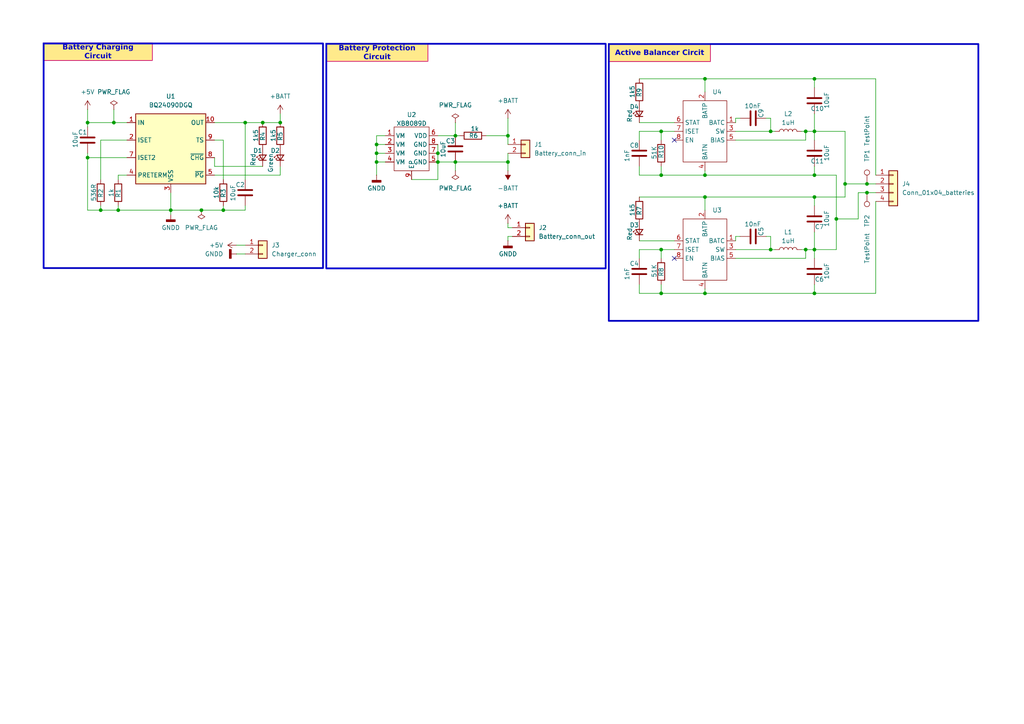
<source format=kicad_sch>
(kicad_sch (version 20250114) (generator "eeschema") (generator_version "9.0")
  (paper "A4")
  (title_block (title "U3 LiPo Charging Circuit") (date "2025-08-11") (rev "V1.0") (company "AIO") (comment 1 "This circuit is Design By Eng Mohamed Yousry"))
  (lib_symbols
    (symbol "Battery_Management:BQ24090DGQ"
      (property "Reference" "U" (at -9.398 13.462 0))
      (property "Value" "BQ24090DGQ" (at -3.81 11.43 0))
      (symbol "BQ24090DGQ_0_1"
        (rectangle (start -10.16 10.16) (end 10.16 -10.16) (stroke (width 0.254)) (fill (type background)))
      )
      (symbol "BQ24090DGQ_1_1"
        (pin power_in line (at -12.7 7.62 0) (length 2.54) (name "IN") (number "1"))
        (pin passive line (at -12.7 2.54 0) (length 2.54) (name "ISET") (number "2"))
        (pin passive line (at -12.7 -2.54 0) (length 2.54) (name "ISET2") (number "7"))
        (pin passive line (at -12.7 -7.62 0) (length 2.54) (name "PRETERM") (number "4"))
        (pin passive line (at 0 -12.7 90) (length 2.54) (hide yes) (name "VSS") (number "11"))
        (pin power_in line (at 0 -12.7 90) (length 2.54) (name "VSS") (number "3"))
        (pin no_connect line (at 5.08 -10.16 90) (length 2.54) (hide yes) (name "NC") (number "6"))
        (pin power_out line (at 12.7 7.62 180) (length 2.54) (name "OUT") (number "10"))
        (pin passive line (at 12.7 2.54 180) (length 2.54) (name "TS") (number "9"))
        (pin open_collector line (at 12.7 -2.54 180) (length 2.54) (name "~{CHG}") (number "8"))
        (pin open_collector line (at 12.7 -7.62 180) (length 2.54) (name "~{PG}") (number "5"))
      )
    )
    (symbol "Chineness:ETA3000"
      (property "Reference" "U" (at 0 0 0))
      (symbol "ETA3000_0_1"
        (rectangle (start -6.35 8.89) (end 6.35 -8.89))
      )
      (symbol "ETA3000_1_1"
        (pin passive line (at -8.89 2.54 0) (length 2.54) (name "STAT") (number "6"))
        (pin passive line (at -8.89 0 0) (length 2.54) (name "ISET") (number "7"))
        (pin passive line (at -8.89 -2.54 0) (length 2.54) (name "EN") (number "8"))
        (pin passive line (at 0 11.43 270) (length 2.54) (name "BATP") (number "2"))
        (pin passive line (at 0 -11.43 90) (length 2.54) (name "BATN") (number "4"))
        (pin passive line (at 8.89 2.54 180) (length 2.54) (name "BATC") (number "1"))
        (pin passive line (at 8.89 0 180) (length 2.54) (name "SW") (number "3"))
        (pin passive line (at 8.89 -2.54 180) (length 2.54) (name "BIAS") (number "5"))
      )
    )
    (symbol "Chineness:XB8089D"
      (property "Reference" "U" (at 0 0 0))
      (property "Value" "XB8089D" (at 0 0 0))
      (symbol "XB8089D_0_1"
        (rectangle (start -5.08 6.35) (end 5.08 -6.35))
      )
      (symbol "XB8089D_1_1"
        (pin power_in line (at -7.62 3.81 0) (length 2.54) (name "VM") (number "1"))
        (pin power_in line (at -7.62 1.27 0) (length 2.54) (name "VM") (number "2"))
        (pin power_in line (at -7.62 -1.27 0) (length 2.54) (name "VM") (number "3"))
        (pin power_in line (at -7.62 -3.81 0) (length 2.54) (name "VM") (number "4"))
        (pin power_in line (at 0 -8.89 90) (length 2.54) (name "EP") (number "9"))
        (pin power_in line (at 7.62 3.81 180) (length 2.54) (name "VDD") (number "6"))
        (pin power_in line (at 7.62 1.27 180) (length 2.54) (name "GND") (number "8"))
        (pin power_in line (at 7.62 -1.27 180) (length 2.54) (name "GND") (number "7"))
        (pin power_in line (at 7.62 -3.81 180) (length 2.54) (name "GND") (number "5"))
      )
    )
    (symbol "Connector:TestPoint" (pin_numbers (hide yes)) (pin_names (offset 0.762) (hide yes))
      (property "Reference" "TP" (at 0 6.858 0))
      (property "Value" "TestPoint" (at 0 5.08 0))
      (symbol "TestPoint_0_1"
        (circle (center 0 3.302) (radius 0.762))
      )
      (symbol "TestPoint_1_1"
        (pin passive line (at 0 0 90) (length 2.54) (name "1") (number "1"))
      )
    )
    (symbol "Connector_Generic:Conn_01x02" (pin_names (offset 1.016) (hide yes))
      (property "Reference" "J" (at 0 2.54 0))
      (property "Value" "Conn_01x02" (at 0 -5.08 0))
      (symbol "Conn_01x02_1_1"
        (rectangle (start -1.27 1.27) (end 1.27 -3.81) (stroke (width 0.254)) (fill (type background)))
        (rectangle (start -1.27 0.127) (end 0 -0.127) (stroke (width 0.1524)))
        (rectangle (start -1.27 -2.413) (end 0 -2.667) (stroke (width 0.1524)))
        (pin passive line (at -5.08 0 0) (length 3.81) (name "Pin_1") (number "1"))
        (pin passive line (at -5.08 -2.54 0) (length 3.81) (name "Pin_2") (number "2"))
      )
    )
    (symbol "Connector_Generic:Conn_01x04" (pin_names (offset 1.016) (hide yes))
      (property "Reference" "J" (at 0 5.08 0))
      (property "Value" "Conn_01x04" (at 0 -7.62 0))
      (symbol "Conn_01x04_1_1"
        (rectangle (start -1.27 3.81) (end 1.27 -6.35) (stroke (width 0.254)) (fill (type background)))
        (rectangle (start -1.27 2.667) (end 0 2.413) (stroke (width 0.1524)))
        (rectangle (start -1.27 0.127) (end 0 -0.127) (stroke (width 0.1524)))
        (rectangle (start -1.27 -2.413) (end 0 -2.667) (stroke (width 0.1524)))
        (rectangle (start -1.27 -4.953) (end 0 -5.207) (stroke (width 0.1524)))
        (pin passive line (at -5.08 2.54 0) (length 3.81) (name "Pin_1") (number "1"))
        (pin passive line (at -5.08 0 0) (length 3.81) (name "Pin_2") (number "2"))
        (pin passive line (at -5.08 -2.54 0) (length 3.81) (name "Pin_3") (number "3"))
        (pin passive line (at -5.08 -5.08 0) (length 3.81) (name "Pin_4") (number "4"))
      )
    )
    (symbol "Device:C" (pin_numbers (hide yes)) (pin_names (offset 0.254))
      (property "Reference" "C" (at 0.635 2.54 0))
      (property "Value" "C" (at 0.635 -2.54 0))
      (symbol "C_0_1"
        (polyline (pts (xy -2.032 0.762) (xy 2.032 0.762)) (stroke (width 0.508)))
        (polyline (pts (xy -2.032 -0.762) (xy 2.032 -0.762)) (stroke (width 0.508)))
      )
      (symbol "C_1_1"
        (pin passive line (at 0 3.81 270) (length 2.794) (name "~") (number "1"))
        (pin passive line (at 0 -3.81 90) (length 2.794) (name "~") (number "2"))
      )
    )
    (symbol "Device:L" (pin_numbers (hide yes)) (pin_names (offset 1.016) (hide yes))
      (property "Reference" "L" (at -1.27 0 90))
      (property "Value" "L" (at 1.905 0 90))
      (symbol "L_0_1"
        (arc (start 0 2.54) (mid 0.6323 1.905) (end 0 1.27))
        (arc (start 0 1.27) (mid 0.6323 0.635) (end 0 0))
        (arc (start 0 0) (mid 0.6323 -0.635) (end 0 -1.27))
        (arc (start 0 -1.27) (mid 0.6323 -1.905) (end 0 -2.54))
      )
      (symbol "L_1_1"
        (pin passive line (at 0 3.81 270) (length 1.27) (name "1") (number "1"))
        (pin passive line (at 0 -3.81 90) (length 1.27) (name "2") (number "2"))
      )
    )
    (symbol "Device:R" (pin_numbers (hide yes)) (pin_names (offset 0))
      (property "Reference" "R" (at 2.032 0 90))
      (property "Value" "R" (at 0 0 90))
      (symbol "R_0_1"
        (rectangle (start -1.016 -2.54) (end 1.016 2.54) (stroke (width 0.254)))
      )
      (symbol "R_1_1"
        (pin passive line (at 0 3.81 270) (length 1.27) (name "~") (number "1"))
        (pin passive line (at 0 -3.81 90) (length 1.27) (name "~") (number "2"))
      )
    )
    (symbol "SparkFun-LED:LED_Green_0603" (pin_numbers (hide yes)) (pin_names (offset 1.016) (hide yes))
      (property "Reference" "D" (at 0 2.54 0))
      (property "Value" "Green" (at 0 -2.54 0))
      (symbol "LED_Green_0603_0_1"
        (polyline (pts (xy -0.762 -1.016) (xy -0.762 1.016)) (stroke (width 0.254)))
        (polyline (pts (xy 0 0.762) (xy -0.508 1.27) (xy -0.254 1.27) (xy -0.508 1.27) (xy -0.508 1.016)))
        (polyline (pts (xy 0.508 1.27) (xy 0 1.778) (xy 0.254 1.778) (xy 0 1.778) (xy 0 1.524)))
        (polyline (pts (xy 0.762 -1.016) (xy -0.762 0) (xy 0.762 1.016) (xy 0.762 -1.016)) (stroke (width 0.254)))
        (polyline (pts (xy 1.016 0) (xy -0.762 0)))
      )
      (symbol "LED_Green_0603_1_1"
        (pin passive line (at -2.54 0 0) (length 1.778) (name "K") (number "1"))
        (pin passive line (at 2.54 0 180) (length 1.778) (name "A") (number "2"))
      )
    )
    (symbol "SparkFun-LED:LED_Red_0603" (pin_numbers (hide yes)) (pin_names (offset 1.016) (hide yes))
      (property "Reference" "D" (at 0 2.54 0))
      (property "Value" "Red" (at 0 -2.54 0))
      (symbol "LED_Red_0603_0_1"
        (polyline (pts (xy -0.762 -1.016) (xy -0.762 1.016)) (stroke (width 0.254)))
        (polyline (pts (xy 0 0.762) (xy -0.508 1.27) (xy -0.254 1.27) (xy -0.508 1.27) (xy -0.508 1.016)))
        (polyline (pts (xy 0.508 1.27) (xy 0 1.778) (xy 0.254 1.778) (xy 0 1.778) (xy 0 1.524)))
        (polyline (pts (xy 0.762 -1.016) (xy -0.762 0) (xy 0.762 1.016) (xy 0.762 -1.016)) (stroke (width 0.254)))
        (polyline (pts (xy 1.016 0) (xy -0.762 0)))
      )
      (symbol "LED_Red_0603_1_1"
        (pin passive line (at -2.54 0 0) (length 1.778) (name "K") (number "1"))
        (pin passive line (at 2.54 0 180) (length 1.778) (name "A") (number "2"))
      )
    )
    (symbol "power:+5V" (power) (pin_numbers (hide yes)) (pin_names (offset 0) (hide yes))
      (property "Value" "+5V" (at 0 3.556 0))
      (symbol "+5V_0_1"
        (polyline (pts (xy -0.762 1.27) (xy 0 2.54)))
        (polyline (pts (xy 0 2.54) (xy 0.762 1.27)))
        (polyline (pts (xy 0 0) (xy 0 2.54)))
      )
      (symbol "+5V_1_1"
        (pin power_in line (at 0 0 90) (length 0) (name "~") (number "1"))
      )
    )
    (symbol "power:+BATT" (power) (pin_numbers (hide yes)) (pin_names (offset 0) (hide yes))
      (property "Value" "+BATT" (at 0 3.556 0))
      (symbol "+BATT_0_1"
        (polyline (pts (xy -0.762 1.27) (xy 0 2.54)))
        (polyline (pts (xy 0 2.54) (xy 0.762 1.27)))
        (polyline (pts (xy 0 0) (xy 0 2.54)))
      )
      (symbol "+BATT_1_1"
        (pin power_in line (at 0 0 90) (length 0) (name "~") (number "1"))
      )
    )
    (symbol "power:-BATT" (power) (pin_numbers (hide yes)) (pin_names (offset 0) (hide yes))
      (property "Value" "-BATT" (at 0 3.556 0))
      (symbol "-BATT_0_1"
        (polyline (pts (xy 0 0) (xy 0 2.54)))
        (polyline (pts (xy 0.762 1.27) (xy -0.762 1.27) (xy 0 2.54) (xy 0.762 1.27)) (fill (type outline)))
      )
      (symbol "-BATT_1_1"
        (pin power_in line (at 0 0 90) (length 0) (name "~") (number "1"))
      )
    )
    (symbol "power:GNDD" (power) (pin_numbers (hide yes)) (pin_names (offset 0) (hide yes))
      (property "Value" "GNDD" (at 0 -3.175 0))
      (symbol "GNDD_0_1"
        (rectangle (start -1.27 -1.524) (end 1.27 -2.032) (stroke (width 0.254)) (fill (type outline)))
        (polyline (pts (xy 0 0) (xy 0 -1.524)))
      )
      (symbol "GNDD_1_1"
        (pin power_in line (at 0 0 270) (length 0) (name "~") (number "1"))
      )
    )
    (symbol "power:PWR_FLAG" (power) (pin_numbers (hide yes)) (pin_names (offset 0) (hide yes))
      (property "Value" "PWR_FLAG" (at 0 3.81 0))
      (symbol "PWR_FLAG_0_0"
        (pin power_out line (at 0 0 90) (length 0) (name "~") (number "1"))
      )
      (symbol "PWR_FLAG_0_1"
        (polyline (pts (xy 0 0) (xy 0 1.27) (xy -1.016 1.905) (xy 0 2.54) (xy 1.016 1.905) (xy 0 1.27)))
      )
    )
  )
  (rectangle (start 12.655 12.61) (end 93.685 77.75) (stroke (width 0.508)))
  (rectangle (start 176.58 12.77) (end 283.76 93.06) (stroke (width 0.508)))
  (rectangle (start 94.64 12.7) (end 175.67 77.84) (stroke (width 0.508)))
  (text_box "Battery Protection Circuit" (at 94.64 12.7 0) (size 29.46 5.08) (margins 1.27 1.27 1.27 1.27) (stroke (width 0.254) (color 211 37 112 1)) (fill (type color) (color 255 234 139 1)) (effects (font (size 1.524 1.524) (bold yes))))
  (text_box "Battery Charging Circuit" (at 12.66 12.45 0) (size 31.52 5.08) (margins 1.27 1.27 1.27 1.27) (stroke (width 0.254) (color 211 37 112 1)) (fill (type color) (color 255 234 139 1)) (effects (font (size 1.524 1.524) (bold yes))))
  (text_box "Active Balancer Circit" (at 176.58 12.77 0) (size 29.46 5.08) (margins 1.27 1.27 1.27 1.27) (stroke (width 0.254) (color 211 37 112 1)) (fill (type color) (color 255 234 139 1)) (effects (font (size 1.524 1.524) (bold yes))))
  (junction (at 242.57 63.5))
  (junction (at 236.22 50.8))
  (junction (at 236.22 38.1))
  (junction (at 204.47 85.09))
  (junction (at 29.21 60.96))
  (junction (at 233.68 38.1))
  (junction (at 34.29 60.96))
  (junction (at 132.08 46.99))
  (junction (at 64.77 60.96))
  (junction (at 251.46 55.88))
  (junction (at 33.02 35.56))
  (junction (at 191.77 38.1))
  (junction (at 204.47 50.8))
  (junction (at 236.22 72.39))
  (junction (at 204.47 57.15))
  (junction (at 245.11 53.34))
  (junction (at 109.22 44.45))
  (junction (at 109.22 46.99))
  (junction (at 81.28 35.56))
  (junction (at 204.47 22.86))
  (junction (at 191.77 50.8))
  (junction (at 236.22 85.09))
  (junction (at 223.52 72.39))
  (junction (at 147.32 46.99))
  (junction (at 49.53 60.96))
  (junction (at 191.77 85.09))
  (junction (at 147.32 39.37))
  (junction (at 236.22 57.15))
  (junction (at 251.46 53.34))
  (junction (at 236.22 22.86))
  (junction (at 127 44.45))
  (junction (at 71.12 35.56))
  (junction (at 233.68 72.39))
  (junction (at 76.2 35.56))
  (junction (at 132.08 39.37))
  (junction (at 191.77 72.39))
  (junction (at 127 46.99))
  (junction (at 25.4 45.72))
  (junction (at 58.42 60.96))
  (junction (at 109.22 41.91))
  (junction (at 25.4 35.56))
  (junction (at 223.52 38.1))
  (no_connect (at 195.58 74.93))
  (no_connect (at 195.58 40.64))
  (wire (pts (xy 245.11 53.34) (xy 251.46 53.34)))
  (wire (pts (xy 191.77 38.1) (xy 195.58 38.1)))
  (wire (pts (xy 236.22 57.15) (xy 204.47 57.15)))
  (wire (pts (xy 33.02 35.56) (xy 36.83 35.56)))
  (wire (pts (xy 254 55.88) (xy 251.46 55.88)))
  (wire (pts (xy 236.22 22.86) (xy 204.47 22.86)))
  (wire (pts (xy 25.4 44.45) (xy 25.4 45.72)))
  (wire (pts (xy 25.4 35.56) (xy 25.4 31.75)))
  (wire (pts (xy 204.47 57.15) (xy 204.47 60.96)))
  (wire (pts (xy 185.42 50.8) (xy 191.77 50.8)))
  (wire (pts (xy 34.29 52.07) (xy 34.29 50.8)))
  (wire (pts (xy 185.42 72.39) (xy 191.77 72.39)))
  (wire (pts (xy 62.23 45.72) (xy 62.23 48.26)))
  (wire (pts (xy 236.22 72.39) (xy 236.22 74.93)))
  (wire (pts (xy 109.22 44.45) (xy 109.22 46.99)))
  (wire (pts (xy 245.11 38.1) (xy 236.22 38.1)))
  (wire (pts (xy 233.68 40.64) (xy 233.68 38.1)))
  (wire (pts (xy 25.4 60.96) (xy 25.4 45.72)))
  (wire (pts (xy 254 85.09) (xy 236.22 85.09)))
  (wire (pts (xy 191.77 82.55) (xy 191.77 85.09)))
  (wire (pts (xy 251.46 55.88) (xy 248.92 55.88)))
  (wire (pts (xy 49.53 60.96) (xy 49.53 62.23)))
  (wire (pts (xy 233.68 74.93) (xy 233.68 72.39)))
  (wire (pts (xy 49.53 55.88) (xy 49.53 60.96)))
  (wire (pts (xy 109.22 46.99) (xy 111.76 46.99)))
  (wire (pts (xy 34.29 60.96) (xy 49.53 60.96)))
  (wire (pts (xy 132.08 46.99) (xy 147.32 46.99)))
  (wire (pts (xy 236.22 85.09) (xy 204.47 85.09)))
  (wire (pts (xy 236.22 50.8) (xy 204.47 50.8)))
  (wire (pts (xy 29.21 60.96) (xy 34.29 60.96)))
  (wire (pts (xy 132.08 35.56) (xy 132.08 39.37)))
  (wire (pts (xy 236.22 22.86) (xy 254 22.86)))
  (wire (pts (xy 242.57 63.5) (xy 242.57 72.39)))
  (wire (pts (xy 62.23 50.8) (xy 81.28 50.8)))
  (wire (pts (xy 81.28 48.26) (xy 81.28 50.8)))
  (wire (pts (xy 236.22 67.31) (xy 236.22 72.39)))
  (wire (pts (xy 204.47 85.09) (xy 204.47 83.82)))
  (wire (pts (xy 185.42 74.93) (xy 185.42 72.39)))
  (wire (pts (xy 213.36 40.64) (xy 233.68 40.64)))
  (wire (pts (xy 109.22 41.91) (xy 109.22 44.45)))
  (wire (pts (xy 29.21 52.07) (xy 29.21 40.64)))
  (wire (pts (xy 223.52 72.39) (xy 224.79 72.39)))
  (wire (pts (xy 147.32 64.77) (xy 147.32 66.04)))
  (wire (pts (xy 29.21 60.96) (xy 25.4 60.96)))
  (wire (pts (xy 147.32 49.53) (xy 147.32 46.99)))
  (wire (pts (xy 109.22 44.45) (xy 111.76 44.45)))
  (wire (pts (xy 245.11 57.15) (xy 245.11 53.34)))
  (wire (pts (xy 127 44.45) (xy 127 46.99)))
  (wire (pts (xy 236.22 57.15) (xy 245.11 57.15)))
  (wire (pts (xy 185.42 69.85) (xy 195.58 69.85)))
  (wire (pts (xy 62.23 48.26) (xy 76.2 48.26)))
  (wire (pts (xy 127 41.91) (xy 127 44.45)))
  (wire (pts (xy 127 46.99) (xy 127 52.07)))
  (wire (pts (xy 111.76 39.37) (xy 109.22 39.37)))
  (wire (pts (xy 132.08 39.37) (xy 133.35 39.37)))
  (wire (pts (xy 185.42 22.86) (xy 204.47 22.86)))
  (wire (pts (xy 254 22.86) (xy 254 50.8)))
  (wire (pts (xy 71.12 60.96) (xy 71.12 59.69)))
  (wire (pts (xy 242.57 63.5) (xy 248.92 63.5)))
  (wire (pts (xy 58.42 60.96) (xy 64.77 60.96)))
  (wire (pts (xy 68.58 73.66) (xy 71.12 73.66)))
  (wire (pts (xy 68.58 71.12) (xy 71.12 71.12)))
  (wire (pts (xy 62.23 40.64) (xy 64.77 40.64)))
  (wire (pts (xy 140.97 39.37) (xy 147.32 39.37)))
  (wire (pts (xy 223.52 68.58) (xy 223.52 72.39)))
  (wire (pts (xy 233.68 38.1) (xy 236.22 38.1)))
  (wire (pts (xy 25.4 35.56) (xy 33.02 35.56)))
  (wire (pts (xy 34.29 60.96) (xy 34.29 59.69)))
  (wire (pts (xy 64.77 60.96) (xy 71.12 60.96)))
  (wire (pts (xy 213.36 74.93) (xy 233.68 74.93)))
  (wire (pts (xy 191.77 50.8) (xy 204.47 50.8)))
  (wire (pts (xy 248.92 55.88) (xy 248.92 63.5)))
  (wire (pts (xy 147.32 68.58) (xy 147.32 69.85)))
  (wire (pts (xy 191.77 85.09) (xy 204.47 85.09)))
  (wire (pts (xy 185.42 48.26) (xy 185.42 50.8)))
  (wire (pts (xy 147.32 68.58) (xy 148.59 68.58)))
  (wire (pts (xy 127 46.99) (xy 132.08 46.99)))
  (wire (pts (xy 147.32 39.37) (xy 147.32 41.91)))
  (wire (pts (xy 222.25 68.58) (xy 223.52 68.58)))
  (wire (pts (xy 223.52 34.29) (xy 223.52 38.1)))
  (wire (pts (xy 233.68 38.1) (xy 232.41 38.1)))
  (wire (pts (xy 236.22 38.1) (xy 236.22 40.64)))
  (wire (pts (xy 34.29 50.8) (xy 36.83 50.8)))
  (wire (pts (xy 222.25 34.29) (xy 223.52 34.29)))
  (wire (pts (xy 242.57 72.39) (xy 236.22 72.39)))
  (wire (pts (xy 185.42 38.1) (xy 191.77 38.1)))
  (wire (pts (xy 147.32 34.29) (xy 147.32 39.37)))
  (wire (pts (xy 185.42 82.55) (xy 185.42 85.09)))
  (wire (pts (xy 185.42 35.56) (xy 195.58 35.56)))
  (wire (pts (xy 236.22 50.8) (xy 242.57 50.8)))
  (wire (pts (xy 127 39.37) (xy 132.08 39.37)))
  (wire (pts (xy 33.02 31.75) (xy 33.02 35.56)))
  (wire (pts (xy 236.22 33.02) (xy 236.22 38.1)))
  (wire (pts (xy 236.22 25.4) (xy 236.22 22.86)))
  (wire (pts (xy 109.22 39.37) (xy 109.22 41.91)))
  (wire (pts (xy 223.52 38.1) (xy 224.79 38.1)))
  (wire (pts (xy 64.77 40.64) (xy 64.77 52.07)))
  (wire (pts (xy 213.36 34.29) (xy 213.36 35.56)))
  (wire (pts (xy 25.4 45.72) (xy 36.83 45.72)))
  (wire (pts (xy 64.77 59.69) (xy 64.77 60.96)))
  (wire (pts (xy 213.36 68.58) (xy 213.36 69.85)))
  (wire (pts (xy 236.22 82.55) (xy 236.22 85.09)))
  (wire (pts (xy 25.4 35.56) (xy 25.4 36.83)))
  (wire (pts (xy 236.22 48.26) (xy 236.22 50.8)))
  (wire (pts (xy 254 58.42) (xy 254 85.09)))
  (wire (pts (xy 127 52.07) (xy 119.38 52.07)))
  (wire (pts (xy 29.21 60.96) (xy 29.21 59.69)))
  (wire (pts (xy 191.77 74.93) (xy 191.77 72.39)))
  (wire (pts (xy 245.11 53.34) (xy 245.11 38.1)))
  (wire (pts (xy 71.12 35.56) (xy 71.12 52.07)))
  (wire (pts (xy 109.22 41.91) (xy 111.76 41.91)))
  (wire (pts (xy 233.68 72.39) (xy 232.41 72.39)))
  (wire (pts (xy 29.21 40.64) (xy 36.83 40.64)))
  (wire (pts (xy 185.42 85.09) (xy 191.77 85.09)))
  (wire (pts (xy 191.77 40.64) (xy 191.77 38.1)))
  (wire (pts (xy 204.47 22.86) (xy 204.47 26.67)))
  (wire (pts (xy 191.77 72.39) (xy 195.58 72.39)))
  (wire (pts (xy 242.57 50.8) (xy 242.57 63.5)))
  (wire (pts (xy 185.42 40.64) (xy 185.42 38.1)))
  (wire (pts (xy 191.77 48.26) (xy 191.77 50.8)))
  (wire (pts (xy 81.28 33.02) (xy 81.28 35.56)))
  (wire (pts (xy 185.42 57.15) (xy 204.47 57.15)))
  (wire (pts (xy 49.53 60.96) (xy 58.42 60.96)))
  (wire (pts (xy 132.08 49.53) (xy 132.08 46.99)))
  (wire (pts (xy 213.36 38.1) (xy 223.52 38.1)))
  (wire (pts (xy 71.12 35.56) (xy 76.2 35.56)))
  (wire (pts (xy 251.46 53.34) (xy 254 53.34)))
  (wire (pts (xy 233.68 72.39) (xy 236.22 72.39)))
  (wire (pts (xy 213.36 68.58) (xy 214.63 68.58)))
  (wire (pts (xy 236.22 59.69) (xy 236.22 57.15)))
  (wire (pts (xy 213.36 72.39) (xy 223.52 72.39)))
  (wire (pts (xy 62.23 35.56) (xy 71.12 35.56)))
  (wire (pts (xy 213.36 34.29) (xy 214.63 34.29)))
  (wire (pts (xy 109.22 46.99) (xy 109.22 50.8)))
  (wire (pts (xy 147.32 46.99) (xy 147.32 44.45)))
  (wire (pts (xy 147.32 66.04) (xy 148.59 66.04)))
  (wire (pts (xy 81.28 35.56) (xy 76.2 35.56)))
  (wire (pts (xy 204.47 50.8) (xy 204.47 49.53)))
  (symbol (lib_id "Connector:TestPoint") (at 251.46 53.34 0) (unit 1)
    (property "Reference" "TP1" (at 251.46 46.99 90) (effects (justify left)))
    (property "Value" "TestPoint" (at 251.46 42.418 90) (effects (justify left)))
    (property "Footprint" "TestPoint:TestPoint_Pad_D1.5mm" (effects (hide yes)))
    (property "Description" "test point" (effects (hide yes)))
  )
  (symbol (lib_id "Device:R") (at 191.77 44.45 0) (unit 1)
    (property "Reference" "R10" (at 191.77 45.974 90) (effects (justify left)))
    (property "Value" "51K" (at 189.738 46.228 90) (effects (justify left)))
    (property "Footprint" "PCM_Resistor_SMD_AKL:R_0201_0603Metric_Pad0.64x0.40mm_HandSolder" (effects (hide yes)))
    (property "Description" "Resistor" (effects (hide yes)))
  )
  (symbol (lib_id "Device:C") (at 185.42 44.45 0) (unit 1)
    (property "Reference" "C8" (at 182.626 42.164 0) (effects (justify left)))
    (property "Value" "1nF" (at 181.864 46.99 90) (effects (justify left)))
    (property "Footprint" "Capacitor_SMD:C_0402_1005Metric_Pad0.74x0.62mm_HandSolder" (effects (hide yes)))
    (property "Description" "Unpolarized capacitor" (effects (hide yes)))
  )
  (symbol (lib_id "Device:C") (at 236.22 29.21 180) (unit 1)
    (property "Reference" "C10" (at 239.014 31.496 0) (effects (justify left)))
    (property "Value" "10uF" (at 239.776 26.67 90) (effects (justify left)))
    (property "Footprint" "Capacitor_SMD:C_0402_1005Metric_Pad0.74x0.62mm_HandSolder" (effects (hide yes)))
    (property "Description" "Unpolarized capacitor" (effects (hide yes)))
  )
  (symbol (lib_id "Device:C") (at 185.42 78.74 0) (unit 1)
    (property "Reference" "C4" (at 182.626 76.454 0) (effects (justify left)))
    (property "Value" "1nF" (at 181.864 81.28 90) (effects (justify left)))
    (property "Footprint" "Capacitor_SMD:C_0402_1005Metric_Pad0.74x0.62mm_HandSolder" (effects (hide yes)))
    (property "Description" "Unpolarized capacitor" (effects (hide yes)))
  )
  (symbol (lib_id "Device:R") (at 137.16 39.37 90) (unit 1)
    (property "Reference" "R6" (at 138.684 39.37 90) (effects (justify left)))
    (property "Value" "1k" (at 138.938 37.338 90) (effects (justify left)))
    (property "Footprint" "PCM_Resistor_SMD_AKL:R_0201_0603Metric_Pad0.64x0.40mm_HandSolder" (effects (hide yes)))
    (property "Description" "Resistor" (effects (hide yes)))
  )
  (symbol (lib_id "power:PWR_FLAG") (at 132.08 35.56 0) (unit 1)
    (property "Reference" "#FLG01" (effects (hide yes)))
    (property "Value" "PWR_FLAG" (at 132.08 30.48 0))
    (property "Description" "Special symbol for telling ERC where power comes from" (effects (hide yes)))
  )
  (symbol (lib_id "Device:R") (at 76.2 39.37 0) (unit 1)
    (property "Reference" "R4" (at 76.2 40.894 90) (effects (justify left)))
    (property "Value" "1k5" (at 74.168 41.148 90) (effects (justify left)))
    (property "Footprint" "PCM_Resistor_SMD_AKL:R_0201_0603Metric_Pad0.64x0.40mm_HandSolder" (effects (hide yes)))
    (property "Description" "Resistor" (effects (hide yes)))
  )
  (symbol (lib_id "power:+BATT") (at 147.32 34.29 0) (unit 1)
    (property "Reference" "#PWR05" (effects (hide yes)))
    (property "Value" "+BATT" (at 147.32 29.21 0))
    (property "Description" "Power symbol creates a global label with name \"+BATT\"" (effects (hide yes)))
  )
  (symbol (lib_id "Device:R") (at 185.42 60.96 0) (unit 1)
    (property "Reference" "R7" (at 185.42 62.484 90) (effects (justify left)))
    (property "Value" "1k5" (at 183.388 62.738 90) (effects (justify left)))
    (property "Footprint" "PCM_Resistor_SMD_AKL:R_0201_0603Metric_Pad0.64x0.40mm_HandSolder" (effects (hide yes)))
    (property "Description" "Resistor" (effects (hide yes)))
  )
  (symbol (lib_id "Connector_Generic:Conn_01x02") (at 152.4 41.91 0) (unit 1)
    (property "Reference" "J1" (at 154.94 41.9099 0) (effects (justify left)))
    (property "Value" "Battery_conn_in" (at 154.94 44.4499 0) (effects (justify left)))
    (property "Footprint" "Connector_JST:JST_PH_B2B-PH-K_1x02_P2.00mm_Vertical" (effects (hide yes)))
    (property "Description" "Generic connector, single row, 01x02, script generated (kicad-library-utils/schlib/autogen/connector/)" (effects (hide yes)))
  )
  (symbol (lib_id "Connector_Generic:Conn_01x04") (at 259.08 53.34 0) (unit 1)
    (property "Reference" "J4" (at 261.62 53.3399 0) (effects (justify left)))
    (property "Value" "Conn_01x04_batteries" (at 261.62 55.8799 0) (effects (justify left)))
    (property "Footprint" "Connector_JST:JST_EH_B4B-EH-A_1x04_P2.50mm_Vertical" (effects (hide yes)))
    (property "Description" "Generic connector, single row, 01x04, script generated (kicad-library-utils/schlib/autogen/connector/)" (effects (hide yes)))
  )
  (symbol (lib_id "Battery_Management:BQ24090DGQ") (at 49.53 43.18 0) (unit 1)
    (property "Reference" "U1" (at 49.53 27.94 0))
    (property "Value" "BQ24090DGQ" (at 49.53 30.48 0))
    (property "Footprint" "Package_SO:HVSSOP-10-1EP_3x3mm_P0.5mm_EP1.57x1.88mm_ThermalVias" (effects (hide yes)))
    (property "Datasheet" "http://www.ti.com/lit/ds/symlink/bq24090.pdf" (effects (hide yes)))
    (property "Description" "1A, Single-Input, SingleCell Li-Ion and Li-Pol BatteryCharger, HVSSOP-10" (effects (hide yes)))
  )
  (symbol (lib_id "Device:C") (at 236.22 44.45 180) (unit 1)
    (property "Reference" "C11" (at 239.014 46.736 0) (effects (justify left)))
    (property "Value" "10uF" (at 239.776 41.91 90) (effects (justify left)))
    (property "Footprint" "Capacitor_SMD:C_0402_1005Metric_Pad0.74x0.62mm_HandSolder" (effects (hide yes)))
    (property "Description" "Unpolarized capacitor" (effects (hide yes)))
  )
  (symbol (lib_id "Chineness:ETA3000") (at 204.47 72.39 0) (unit 1)
    (property "Reference" "U3" (at 206.6133 60.96 0) (effects (justify left)))
    (property "Value" "ETA3000" (effects (hide yes)))
    (property "Footprint" "Package_DFN_QFN:DFN-8-1EP_2x2mm_P0.5mm_EP0.6x1.2mm" (effects (hide yes)))
    (property "Description" "Inductive Cell Balancer IC with Balancing Current up to 2A" (effects (hide yes)))
  )
  (symbol (lib_id "Connector:TestPoint") (at 251.46 55.88 180) (unit 1)
    (property "Reference" "TP2" (at 251.46 62.23 90) (effects (justify left)))
    (property "Value" "TestPoint" (at 251.46 67.564 90) (effects (justify left)))
    (property "Footprint" "TestPoint:TestPoint_Pad_D1.5mm" (effects (hide yes)))
    (property "Description" "test point" (effects (hide yes)))
  )
  (symbol (lib_id "Device:R") (at 29.21 55.88 0) (unit 1)
    (property "Reference" "R2" (at 29.21 57.404 90) (effects (justify left)))
    (property "Value" "536R" (at 27.178 58.42 90) (effects (justify left)))
    (property "Footprint" "PCM_Resistor_SMD_AKL:R_0201_0603Metric_Pad0.64x0.40mm_HandSolder" (effects (hide yes)))
    (property "Description" "Resistor" (effects (hide yes)))
  )
  (symbol (lib_id "power:+BATT") (at 147.32 64.77 0) (unit 1)
    (property "Reference" "#PWR07" (effects (hide yes)))
    (property "Value" "+BATT" (at 147.32 59.69 0))
    (property "Description" "Power symbol creates a global label with name \"+BATT\"" (effects (hide yes)))
  )
  (symbol (lib_id "Device:R") (at 191.77 78.74 0) (unit 1)
    (property "Reference" "R8" (at 191.77 80.264 90) (effects (justify left)))
    (property "Value" "51K" (at 189.738 80.518 90) (effects (justify left)))
    (property "Footprint" "PCM_Resistor_SMD_AKL:R_0201_0603Metric_Pad0.64x0.40mm_HandSolder" (effects (hide yes)))
    (property "Description" "Resistor" (effects (hide yes)))
  )
  (symbol (lib_id "Device:C") (at 71.12 55.88 0) (unit 1)
    (property "Reference" "C2" (at 68.326 53.594 0) (effects (justify left)))
    (property "Value" "10uF" (at 67.564 58.42 90) (effects (justify left)))
    (property "Footprint" "Capacitor_SMD:C_0402_1005Metric_Pad0.74x0.62mm_HandSolder" (effects (hide yes)))
    (property "Description" "Unpolarized capacitor" (effects (hide yes)))
  )
  (symbol (lib_id "SparkFun-LED:LED_Red_0603") (at 76.2 45.72 90) (unit 1)
    (property "Reference" "D1" (at 73.406 43.688 90) (effects (justify right)))
    (property "Value" "Red" (at 73.406 44.45 0) (effects (justify right)))
    (property "Footprint" "SparkFun-LED:LED_0603_1608Metric_Red" (effects (hide yes)))
    (property "Datasheet" "https://docs.broadcom.com/docs/AV02-0551EN" (effects (hide yes)))
    (property "Description" "Light emitting diode" (effects (hide yes)))
    (property "PROD_ID" "DIO-17976" (effects (hide yes)))
  )
  (symbol (lib_id "SparkFun-LED:LED_Red_0603") (at 185.42 67.31 90) (unit 1)
    (property "Reference" "D3" (at 182.626 65.278 90) (effects (justify right)))
    (property "Value" "Red" (at 182.626 66.04 0) (effects (justify right)))
    (property "Footprint" "SparkFun-LED:LED_0603_1608Metric_Red" (effects (hide yes)))
    (property "Datasheet" "https://docs.broadcom.com/docs/AV02-0551EN" (effects (hide yes)))
    (property "Description" "Light emitting diode" (effects (hide yes)))
    (property "PROD_ID" "DIO-17976" (effects (hide yes)))
  )
  (symbol (lib_id "Device:R") (at 185.42 26.67 0) (unit 1)
    (property "Reference" "R9" (at 185.42 28.194 90) (effects (justify left)))
    (property "Value" "1k5" (at 183.388 28.448 90) (effects (justify left)))
    (property "Footprint" "PCM_Resistor_SMD_AKL:R_0201_0603Metric_Pad0.64x0.40mm_HandSolder" (effects (hide yes)))
    (property "Description" "Resistor" (effects (hide yes)))
  )
  (symbol (lib_id "Chineness:ETA3000") (at 204.47 38.1 0) (unit 1)
    (property "Reference" "U4" (at 206.6133 26.67 0) (effects (justify left)))
    (property "Value" "ETA3000" (effects (hide yes)))
    (property "Footprint" "Package_DFN_QFN:DFN-8-1EP_2x2mm_P0.5mm_EP0.6x1.2mm" (effects (hide yes)))
    (property "Description" "Inductive Cell Balancer IC with Balancing Current up to 2A" (effects (hide yes)))
  )
  (symbol (lib_id "power:GNDD") (at 68.58 73.66 270) (unit 1)
    (property "Reference" "#PWR010" (effects (hide yes)))
    (property "Value" "GNDD" (at 64.77 73.6599 90) (effects (justify right)))
    (property "Description" "Power symbol creates a global label with name \"GNDD\" , digital ground" (effects (hide yes)))
  )
  (symbol (lib_id "Device:R") (at 64.77 55.88 0) (unit 1)
    (property "Reference" "R3" (at 64.77 57.404 90) (effects (justify left)))
    (property "Value" "10k" (at 62.738 57.658 90) (effects (justify left)))
    (property "Footprint" "PCM_Resistor_SMD_AKL:R_0201_0603Metric_Pad0.64x0.40mm_HandSolder" (effects (hide yes)))
    (property "Description" "Resistor" (effects (hide yes)))
  )
  (symbol (lib_id "power:+5V") (at 68.58 71.12 90) (unit 1)
    (property "Reference" "#PWR09" (effects (hide yes)))
    (property "Value" "+5V" (at 64.77 71.1199 90) (effects (justify left)))
    (property "Description" "Power symbol creates a global label with name \"+5V\"" (effects (hide yes)))
  )
  (symbol (lib_id "SparkFun-LED:LED_Red_0603") (at 185.42 33.02 90) (unit 1)
    (property "Reference" "D4" (at 182.626 30.988 90) (effects (justify right)))
    (property "Value" "Red" (at 182.626 31.75 0) (effects (justify right)))
    (property "Footprint" "SparkFun-LED:LED_0603_1608Metric_Red" (effects (hide yes)))
    (property "Datasheet" "https://docs.broadcom.com/docs/AV02-0551EN" (effects (hide yes)))
    (property "Description" "Light emitting diode" (effects (hide yes)))
    (property "PROD_ID" "DIO-17976" (effects (hide yes)))
  )
  (symbol (lib_id "Device:C") (at 25.4 40.64 0) (unit 1)
    (property "Reference" "C1" (at 22.606 38.354 0) (effects (justify left)))
    (property "Value" "10uF" (at 21.844 42.926 90) (effects (justify left)))
    (property "Footprint" "Capacitor_SMD:C_0402_1005Metric_Pad0.74x0.62mm_HandSolder" (effects (hide yes)))
    (property "Description" "Unpolarized capacitor" (effects (hide yes)))
  )
  (symbol (lib_id "Connector_Generic:Conn_01x02") (at 153.67 66.04 0) (unit 1)
    (property "Reference" "J2" (at 156.21 66.0399 0) (effects (justify left)))
    (property "Value" "Battery_conn_out" (at 156.21 68.5799 0) (effects (justify left)))
    (property "Footprint" "Connector_JST:JST_PH_B2B-PH-K_1x02_P2.00mm_Vertical" (effects (hide yes)))
    (property "Description" "Generic connector, single row, 01x02, script generated (kicad-library-utils/schlib/autogen/connector/)" (effects (hide yes)))
  )
  (symbol (lib_id "Device:C") (at 236.22 63.5 180) (unit 1)
    (property "Reference" "C7" (at 239.014 65.786 0) (effects (justify left)))
    (property "Value" "10uF" (at 239.776 60.96 90) (effects (justify left)))
    (property "Footprint" "Capacitor_SMD:C_0402_1005Metric_Pad0.74x0.62mm_HandSolder" (effects (hide yes)))
    (property "Description" "Unpolarized capacitor" (effects (hide yes)))
  )
  (symbol (lib_id "power:PWR_FLAG") (at 33.02 31.75 0) (unit 1)
    (property "Reference" "#FLG03" (effects (hide yes)))
    (property "Value" "PWR_FLAG" (at 33.02 26.67 0))
    (property "Description" "Special symbol for telling ERC where power comes from" (effects (hide yes)))
  )
  (symbol (lib_id "power:+5V") (at 25.4 31.75 0) (unit 1)
    (property "Reference" "#PWR01" (effects (hide yes)))
    (property "Value" "+5V" (at 25.4 26.67 0))
    (property "Description" "Power symbol creates a global label with name \"+5V\"" (effects (hide yes)))
  )
  (symbol (lib_id "power:+BATT") (at 81.28 33.02 0) (unit 1)
    (property "Reference" "#PWR03" (effects (hide yes)))
    (property "Value" "+BATT" (at 81.28 27.94 0))
    (property "Description" "Power symbol creates a global label with name \"+BATT\"" (effects (hide yes)))
  )
  (symbol (lib_id "Device:L") (at 228.6 38.1 90) (unit 1)
    (property "Reference" "L2" (at 228.6 33.02 90))
    (property "Value" "1uH" (at 228.6 35.56 90))
    (property "Footprint" "Inductor_SMD:L_Sunlord_SWPA3010S" (effects (hide yes)))
    (property "Description" "Inductor" (effects (hide yes)))
  )
  (symbol (lib_id "Device:R") (at 34.29 55.88 0) (unit 1)
    (property "Reference" "R1" (at 34.29 57.404 90) (effects (justify left)))
    (property "Value" "1k" (at 32.258 57.15 90) (effects (justify left)))
    (property "Footprint" "PCM_Resistor_SMD_AKL:R_0201_0603Metric_Pad0.64x0.40mm_HandSolder" (effects (hide yes)))
    (property "Description" "Resistor" (effects (hide yes)))
  )
  (symbol (lib_id "power:GNDD") (at 109.22 50.8 0) (unit 1)
    (property "Reference" "#PWR04" (effects (hide yes)))
    (property "Value" "GNDD" (at 109.22 54.61 0))
    (property "Description" "Power symbol creates a global label with name \"GNDD\" , digital ground" (effects (hide yes)))
  )
  (symbol (lib_id "Device:R") (at 81.28 39.37 0) (unit 1)
    (property "Reference" "R5" (at 81.28 40.894 90) (effects (justify left)))
    (property "Value" "1k5" (at 79.248 41.148 90) (effects (justify left)))
    (property "Footprint" "PCM_Resistor_SMD_AKL:R_0201_0603Metric_Pad0.64x0.40mm_HandSolder" (effects (hide yes)))
    (property "Description" "Resistor" (effects (hide yes)))
  )
  (symbol (lib_id "Device:C") (at 236.22 78.74 180) (unit 1)
    (property "Reference" "C6" (at 239.014 81.026 0) (effects (justify left)))
    (property "Value" "10uF" (at 239.776 76.2 90) (effects (justify left)))
    (property "Footprint" "Capacitor_SMD:C_0402_1005Metric_Pad0.74x0.62mm_HandSolder" (effects (hide yes)))
    (property "Description" "Unpolarized capacitor" (effects (hide yes)))
  )
  (symbol (lib_id "power:GNDD") (at 49.53 62.23 0) (unit 1)
    (property "Reference" "#PWR02" (effects (hide yes)))
    (property "Value" "GNDD" (at 49.53 66.04 0))
    (property "Description" "Power symbol creates a global label with name \"GNDD\" , digital ground" (effects (hide yes)))
  )
  (symbol (lib_id "SparkFun-LED:LED_Green_0603") (at 81.28 45.72 90) (unit 1)
    (property "Reference" "D2" (at 78.486 43.688 90) (effects (justify right)))
    (property "Value" "Green" (at 78.486 44.45 0) (effects (justify right)))
    (property "Footprint" "SparkFun-LED:LED_0603_1608Metric_Green" (effects (hide yes)))
    (property "Datasheet" "https://docs.broadcom.com/docs/AV02-0551EN" (effects (hide yes)))
    (property "Description" "Light emitting diode" (effects (hide yes)))
    (property "PROD_ID" "DIO-00821" (effects (hide yes)))
  )
  (symbol (lib_id "Connector_Generic:Conn_01x02") (at 76.2 71.12 0) (unit 1)
    (property "Reference" "J3" (at 78.74 71.1199 0) (effects (justify left)))
    (property "Value" "Charger_conn" (at 78.74 73.6599 0) (effects (justify left)))
    (property "Footprint" "Connector_JST:JST_PH_B2B-PH-K_1x02_P2.00mm_Vertical" (effects (hide yes)))
    (property "Description" "Generic connector, single row, 01x02, script generated (kicad-library-utils/schlib/autogen/connector/)" (effects (hide yes)))
  )
  (symbol (lib_id "power:PWR_FLAG") (at 132.08 49.53 180) (unit 1)
    (property "Reference" "#FLG02" (effects (hide yes)))
    (property "Value" "PWR_FLAG" (at 132.08 54.61 0))
    (property "Description" "Special symbol for telling ERC where power comes from" (effects (hide yes)))
  )
  (symbol (lib_id "Chineness:XB8089D") (at 119.38 43.18 0) (unit 1)
    (property "Reference" "U2" (at 119.38 33.274 0))
    (property "Value" "XB8089D" (at 119.38 35.814 0))
    (property "Footprint" "Package_SO:HTSOP-8-1EP_3.9x4.9mm_P1.27mm_EP2.4x3.2mm_ThermalVias" (effects (hide yes)))
  )
  (symbol (lib_id "Device:C") (at 218.44 68.58 270) (unit 1)
    (property "Reference" "C5" (at 220.726 65.786 0) (effects (justify left)))
    (property "Value" "10nF" (at 215.9 65.024 90) (effects (justify left)))
    (property "Footprint" "Capacitor_SMD:C_0402_1005Metric_Pad0.74x0.62mm_HandSolder" (effects (hide yes)))
    (property "Description" "Unpolarized capacitor" (effects (hide yes)))
  )
  (symbol (lib_id "Device:C") (at 218.44 34.29 270) (unit 1)
    (property "Reference" "C9" (at 220.726 31.496 0) (effects (justify left)))
    (property "Value" "10nF" (at 215.9 30.734 90) (effects (justify left)))
    (property "Footprint" "Capacitor_SMD:C_0402_1005Metric_Pad0.74x0.62mm_HandSolder" (effects (hide yes)))
    (property "Description" "Unpolarized capacitor" (effects (hide yes)))
  )
  (symbol (lib_id "power:PWR_FLAG") (at 58.42 60.96 180) (unit 1)
    (property "Reference" "#FLG04" (effects (hide yes)))
    (property "Value" "PWR_FLAG" (at 58.42 66.04 0))
    (property "Description" "Special symbol for telling ERC where power comes from" (effects (hide yes)))
  )
  (symbol (lib_id "Device:L") (at 228.6 72.39 90) (unit 1)
    (property "Reference" "L1" (at 228.6 67.31 90))
    (property "Value" "1uH" (at 228.6 69.85 90))
    (property "Footprint" "Inductor_SMD:L_Sunlord_SWPA3010S" (effects (hide yes)))
    (property "Description" "Inductor" (effects (hide yes)))
  )
  (symbol (lib_id "power:-BATT") (at 147.32 49.53 180) (unit 1)
    (property "Reference" "#PWR06" (effects (hide yes)))
    (property "Value" "-BATT" (at 147.32 54.61 0))
    (property "Description" "Power symbol creates a global label with name \"-BATT\"" (effects (hide yes)))
  )
  (symbol (lib_id "Device:C") (at 132.08 43.18 0) (unit 1)
    (property "Reference" "C3" (at 129.286 40.894 0) (effects (justify left)))
    (property "Value" "10uF" (at 128.524 45.72 90) (effects (justify left)))
    (property "Footprint" "Capacitor_SMD:C_0402_1005Metric_Pad0.74x0.62mm_HandSolder" (effects (hide yes)))
    (property "Description" "Unpolarized capacitor" (effects (hide yes)))
  )
  (symbol (lib_id "power:GNDD") (at 147.32 69.85 0) (unit 1)
    (property "Reference" "#PWR08" (effects (hide yes)))
    (property "Value" "GNDD" (at 147.32 73.66 0))
    (property "Description" "Power symbol creates a global label with name \"GNDD\" , digital ground" (effects (hide yes)))
  )
)
</source>
